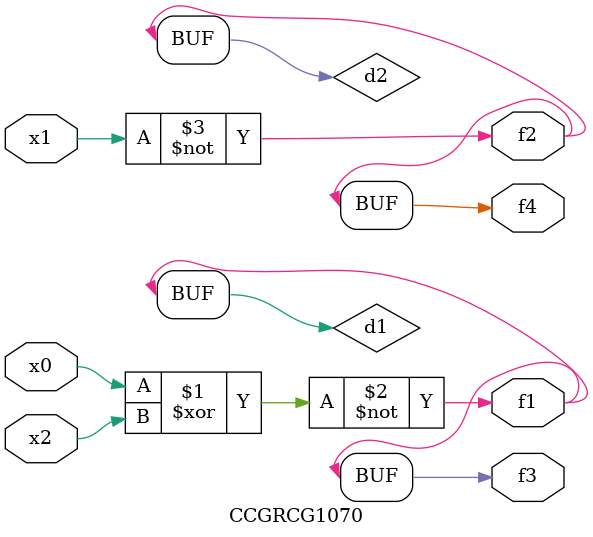
<source format=v>
module CCGRCG1070(
	input x0, x1, x2,
	output f1, f2, f3, f4
);

	wire d1, d2, d3;

	xnor (d1, x0, x2);
	nand (d2, x1);
	nor (d3, x1, x2);
	assign f1 = d1;
	assign f2 = d2;
	assign f3 = d1;
	assign f4 = d2;
endmodule

</source>
